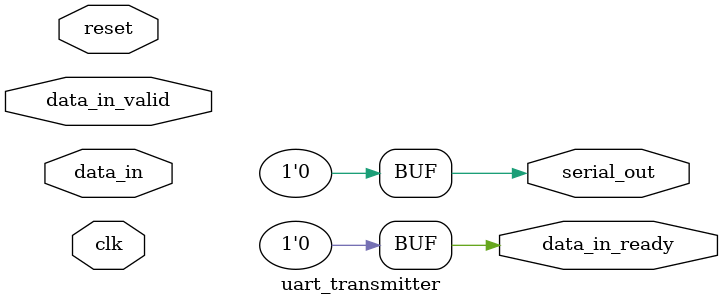
<source format=sv>
module uart_transmitter #(
    parameter CLOCK_FREQ = 125_000_000,
    parameter BAUD_RATE = 115_200)
(
    input logic clk,
    input logic reset,

    input logic [7:0] data_in,
    input logic data_in_valid,
    output logic data_in_ready,

    output logic serial_out
);
    // See diagram in the lab guide
    localparam  SYMBOL_EDGE_TIME    =   CLOCK_FREQ / BAUD_RATE;
    localparam  CLOCK_COUNTER_WIDTH =   $clog2(SYMBOL_EDGE_TIME);

    // Remove these assignments when implementing this module
    assign serial_out = 1'b0;
    assign data_in_ready = 1'b0;
endmodule

</source>
